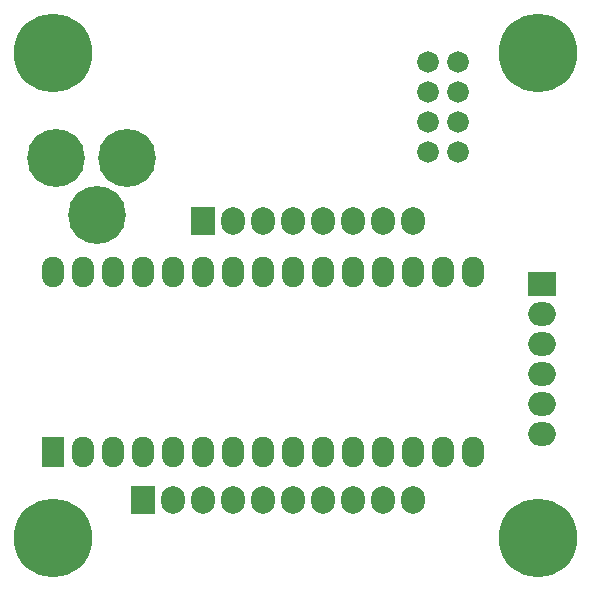
<source format=gts>
G04 #@! TF.FileFunction,Soldermask,Top*
%FSLAX46Y46*%
G04 Gerber Fmt 4.6, Leading zero omitted, Abs format (unit mm)*
G04 Created by KiCad (PCBNEW (after 2015-mar-04 BZR unknown)-product) date 8/29/2015 5:31:21 PM*
%MOMM*%
G01*
G04 APERTURE LIST*
%ADD10C,0.150000*%
%ADD11C,4.904800*%
%ADD12C,6.654800*%
%ADD13R,1.879600X2.590800*%
%ADD14O,1.879600X2.590800*%
%ADD15C,1.828800*%
%ADD16R,2.032000X2.336800*%
%ADD17O,2.032000X2.336800*%
%ADD18R,2.336800X2.032000*%
%ADD19O,2.336800X2.032000*%
G04 APERTURE END LIST*
D10*
D11*
X14200000Y-22900000D03*
X20200000Y-22900000D03*
X17700000Y-27700000D03*
D12*
X14000000Y-55000000D03*
X55000000Y-55000000D03*
X55000000Y-14000000D03*
X14000000Y-14000000D03*
D13*
X13970000Y-47752000D03*
D14*
X16510000Y-47752000D03*
X19050000Y-47752000D03*
X21590000Y-47752000D03*
X24130000Y-47752000D03*
X26670000Y-47752000D03*
X29210000Y-47752000D03*
X31750000Y-47752000D03*
X34290000Y-47752000D03*
X36830000Y-47752000D03*
X39370000Y-47752000D03*
X41910000Y-47752000D03*
X44450000Y-47752000D03*
X46990000Y-47752000D03*
X49530000Y-47752000D03*
X49530000Y-32512000D03*
X46990000Y-32512000D03*
X44450000Y-32512000D03*
X41910000Y-32512000D03*
X39370000Y-32512000D03*
X36830000Y-32512000D03*
X34290000Y-32512000D03*
X31750000Y-32512000D03*
X29210000Y-32512000D03*
X26670000Y-32512000D03*
X24130000Y-32512000D03*
X21590000Y-32512000D03*
X19050000Y-32512000D03*
X16510000Y-32512000D03*
X13970000Y-32512000D03*
D15*
X48260000Y-22352000D03*
X45720000Y-22352000D03*
X48260000Y-19812000D03*
X45720000Y-19812000D03*
X48260000Y-17272000D03*
X45720000Y-17272000D03*
X48260000Y-14732000D03*
X45720000Y-14732000D03*
D16*
X21590000Y-51816000D03*
D17*
X24130000Y-51816000D03*
X26670000Y-51816000D03*
X29210000Y-51816000D03*
X31750000Y-51816000D03*
X34290000Y-51816000D03*
X36830000Y-51816000D03*
X39370000Y-51816000D03*
X41910000Y-51816000D03*
X44450000Y-51816000D03*
D16*
X26670000Y-28194000D03*
D17*
X29210000Y-28194000D03*
X31750000Y-28194000D03*
X34290000Y-28194000D03*
X36830000Y-28194000D03*
X39370000Y-28194000D03*
X41910000Y-28194000D03*
X44450000Y-28194000D03*
D18*
X55372000Y-33528000D03*
D19*
X55372000Y-36068000D03*
X55372000Y-38608000D03*
X55372000Y-41148000D03*
X55372000Y-43688000D03*
X55372000Y-46228000D03*
M02*

</source>
